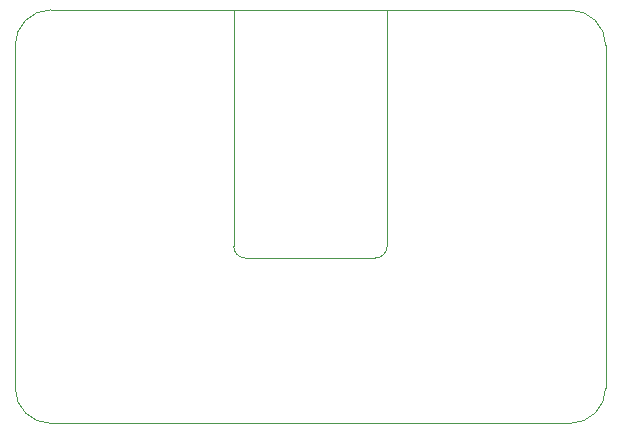
<source format=gbr>
%TF.GenerationSoftware,KiCad,Pcbnew,8.0.4*%
%TF.CreationDate,2024-08-04T13:51:38+08:00*%
%TF.ProjectId,mai-pico-nano-io,6d61692d-7069-4636-9f2d-6e616e6f2d69,rev?*%
%TF.SameCoordinates,Original*%
%TF.FileFunction,Profile,NP*%
%FSLAX46Y46*%
G04 Gerber Fmt 4.6, Leading zero omitted, Abs format (unit mm)*
G04 Created by KiCad (PCBNEW 8.0.4) date 2024-08-04 13:51:38*
%MOMM*%
%LPD*%
G01*
G04 APERTURE LIST*
%TA.AperFunction,Profile*%
%ADD10C,0.050000*%
%TD*%
G04 APERTURE END LIST*
D10*
X78000000Y-88000000D02*
X122000000Y-88000000D01*
X75000000Y-120000000D02*
X75000000Y-91000000D01*
X125000000Y-120000000D02*
G75*
G02*
X122000000Y-123000000I-3000000J0D01*
G01*
X122000000Y-123000000D02*
X78000000Y-123000000D01*
X125000000Y-91000000D02*
X125000000Y-120000000D01*
X122000000Y-88000000D02*
G75*
G02*
X125000000Y-91000000I0J-3000000D01*
G01*
X75000000Y-91000000D02*
G75*
G02*
X78000000Y-88000000I3000000J0D01*
G01*
X78000000Y-123000000D02*
G75*
G02*
X75000000Y-120000000I0J3000000D01*
G01*
%TO.C,U1*%
X93500000Y-88000000D02*
X106500000Y-88000000D01*
X93500000Y-108000000D02*
X93500000Y-88000000D01*
X105500000Y-109000000D02*
X94500000Y-109000000D01*
X106500000Y-88000000D02*
X106500000Y-108000000D01*
X94500000Y-109000000D02*
G75*
G02*
X93500000Y-108000000I-1J999999D01*
G01*
X106500000Y-108000000D02*
G75*
G02*
X105500000Y-109000000I-1000000J0D01*
G01*
%TD*%
M02*

</source>
